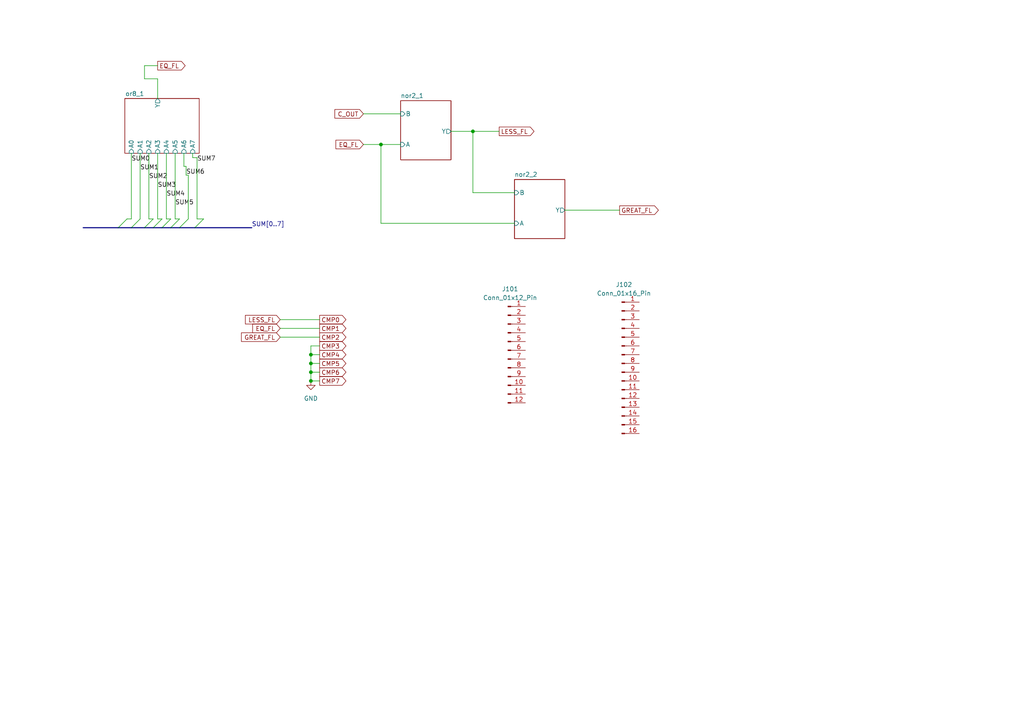
<source format=kicad_sch>
(kicad_sch (version 20250114) (generator "eeschema") (generator_version "9.0")
  (paper "A4")
  (lib_symbols
    (symbol "Connector:Conn_01x12_Pin" (pin_names (offset 1.016) (hide yes))
      (property "Reference" "J" (at 0 15.24 0))
      (property "Value" "Conn_01x12_Pin" (at 0 -17.78 0))
      (symbol "Conn_01x12_Pin_1_1"
        (rectangle (start 0.8636 12.827) (end 0 12.573) (stroke (width 0.1524)) (fill (type outline)))
        (rectangle (start 0.8636 10.287) (end 0 10.033) (stroke (width 0.1524)) (fill (type outline)))
        (rectangle (start 0.8636 7.747) (end 0 7.493) (stroke (width 0.1524)) (fill (type outline)))
        (rectangle (start 0.8636 5.207) (end 0 4.953) (stroke (width 0.1524)) (fill (type outline)))
        (rectangle (start 0.8636 2.667) (end 0 2.413) (stroke (width 0.1524)) (fill (type outline)))
        (rectangle (start 0.8636 0.127) (end 0 -0.127) (stroke (width 0.1524)) (fill (type outline)))
        (rectangle (start 0.8636 -2.413) (end 0 -2.667) (stroke (width 0.1524)) (fill (type outline)))
        (rectangle (start 0.8636 -4.953) (end 0 -5.207) (stroke (width 0.1524)) (fill (type outline)))
        (rectangle (start 0.8636 -7.493) (end 0 -7.747) (stroke (width 0.1524)) (fill (type outline)))
        (rectangle (start 0.8636 -10.033) (end 0 -10.287) (stroke (width 0.1524)) (fill (type outline)))
        (rectangle (start 0.8636 -12.573) (end 0 -12.827) (stroke (width 0.1524)) (fill (type outline)))
        (rectangle (start 0.8636 -15.113) (end 0 -15.367) (stroke (width 0.1524)) (fill (type outline)))
        (polyline (pts (xy 1.27 12.7) (xy 0.8636 12.7)) (stroke (width 0.1524)))
        (polyline (pts (xy 1.27 10.16) (xy 0.8636 10.16)) (stroke (width 0.1524)))
        (polyline (pts (xy 1.27 7.62) (xy 0.8636 7.62)) (stroke (width 0.1524)))
        (polyline (pts (xy 1.27 5.08) (xy 0.8636 5.08)) (stroke (width 0.1524)))
        (polyline (pts (xy 1.27 2.54) (xy 0.8636 2.54)) (stroke (width 0.1524)))
        (polyline (pts (xy 1.27 0) (xy 0.8636 0)) (stroke (width 0.1524)))
        (polyline (pts (xy 1.27 -2.54) (xy 0.8636 -2.54)) (stroke (width 0.1524)))
        (polyline (pts (xy 1.27 -5.08) (xy 0.8636 -5.08)) (stroke (width 0.1524)))
        (polyline (pts (xy 1.27 -7.62) (xy 0.8636 -7.62)) (stroke (width 0.1524)))
        (polyline (pts (xy 1.27 -10.16) (xy 0.8636 -10.16)) (stroke (width 0.1524)))
        (polyline (pts (xy 1.27 -12.7) (xy 0.8636 -12.7)) (stroke (width 0.1524)))
        (polyline (pts (xy 1.27 -15.24) (xy 0.8636 -15.24)) (stroke (width 0.1524)))
        (pin passive line (at 5.08 12.7 180) (length 3.81) (name "Pin_1") (number "1"))
        (pin passive line (at 5.08 10.16 180) (length 3.81) (name "Pin_2") (number "2"))
        (pin passive line (at 5.08 7.62 180) (length 3.81) (name "Pin_3") (number "3"))
        (pin passive line (at 5.08 5.08 180) (length 3.81) (name "Pin_4") (number "4"))
        (pin passive line (at 5.08 2.54 180) (length 3.81) (name "Pin_5") (number "5"))
        (pin passive line (at 5.08 0 180) (length 3.81) (name "Pin_6") (number "6"))
        (pin passive line (at 5.08 -2.54 180) (length 3.81) (name "Pin_7") (number "7"))
        (pin passive line (at 5.08 -5.08 180) (length 3.81) (name "Pin_8") (number "8"))
        (pin passive line (at 5.08 -7.62 180) (length 3.81) (name "Pin_9") (number "9"))
        (pin passive line (at 5.08 -10.16 180) (length 3.81) (name "Pin_10") (number "10"))
        (pin passive line (at 5.08 -12.7 180) (length 3.81) (name "Pin_11") (number "11"))
        (pin passive line (at 5.08 -15.24 180) (length 3.81) (name "Pin_12") (number "12"))
      )
    )
    (symbol "Connector:Conn_01x16_Pin" (pin_names (offset 1.016) (hide yes))
      (property "Reference" "J" (at 0 20.32 0))
      (property "Value" "Conn_01x16_Pin" (at 0 -22.86 0))
      (symbol "Conn_01x16_Pin_1_1"
        (rectangle (start 0.8636 17.907) (end 0 17.653) (stroke (width 0.1524)) (fill (type outline)))
        (rectangle (start 0.8636 15.367) (end 0 15.113) (stroke (width 0.1524)) (fill (type outline)))
        (rectangle (start 0.8636 12.827) (end 0 12.573) (stroke (width 0.1524)) (fill (type outline)))
        (rectangle (start 0.8636 10.287) (end 0 10.033) (stroke (width 0.1524)) (fill (type outline)))
        (rectangle (start 0.8636 7.747) (end 0 7.493) (stroke (width 0.1524)) (fill (type outline)))
        (rectangle (start 0.8636 5.207) (end 0 4.953) (stroke (width 0.1524)) (fill (type outline)))
        (rectangle (start 0.8636 2.667) (end 0 2.413) (stroke (width 0.1524)) (fill (type outline)))
        (rectangle (start 0.8636 0.127) (end 0 -0.127) (stroke (width 0.1524)) (fill (type outline)))
        (rectangle (start 0.8636 -2.413) (end 0 -2.667) (stroke (width 0.1524)) (fill (type outline)))
        (rectangle (start 0.8636 -4.953) (end 0 -5.207) (stroke (width 0.1524)) (fill (type outline)))
        (rectangle (start 0.8636 -7.493) (end 0 -7.747) (stroke (width 0.1524)) (fill (type outline)))
        (rectangle (start 0.8636 -10.033) (end 0 -10.287) (stroke (width 0.1524)) (fill (type outline)))
        (rectangle (start 0.8636 -12.573) (end 0 -12.827) (stroke (width 0.1524)) (fill (type outline)))
        (rectangle (start 0.8636 -15.113) (end 0 -15.367) (stroke (width 0.1524)) (fill (type outline)))
        (rectangle (start 0.8636 -17.653) (end 0 -17.907) (stroke (width 0.1524)) (fill (type outline)))
        (rectangle (start 0.8636 -20.193) (end 0 -20.447) (stroke (width 0.1524)) (fill (type outline)))
        (polyline (pts (xy 1.27 17.78) (xy 0.8636 17.78)) (stroke (width 0.1524)))
        (polyline (pts (xy 1.27 15.24) (xy 0.8636 15.24)) (stroke (width 0.1524)))
        (polyline (pts (xy 1.27 12.7) (xy 0.8636 12.7)) (stroke (width 0.1524)))
        (polyline (pts (xy 1.27 10.16) (xy 0.8636 10.16)) (stroke (width 0.1524)))
        (polyline (pts (xy 1.27 7.62) (xy 0.8636 7.62)) (stroke (width 0.1524)))
        (polyline (pts (xy 1.27 5.08) (xy 0.8636 5.08)) (stroke (width 0.1524)))
        (polyline (pts (xy 1.27 2.54) (xy 0.8636 2.54)) (stroke (width 0.1524)))
        (polyline (pts (xy 1.27 0) (xy 0.8636 0)) (stroke (width 0.1524)))
        (polyline (pts (xy 1.27 -2.54) (xy 0.8636 -2.54)) (stroke (width 0.1524)))
        (polyline (pts (xy 1.27 -5.08) (xy 0.8636 -5.08)) (stroke (width 0.1524)))
        (polyline (pts (xy 1.27 -7.62) (xy 0.8636 -7.62)) (stroke (width 0.1524)))
        (polyline (pts (xy 1.27 -10.16) (xy 0.8636 -10.16)) (stroke (width 0.1524)))
        (polyline (pts (xy 1.27 -12.7) (xy 0.8636 -12.7)) (stroke (width 0.1524)))
        (polyline (pts (xy 1.27 -15.24) (xy 0.8636 -15.24)) (stroke (width 0.1524)))
        (polyline (pts (xy 1.27 -17.78) (xy 0.8636 -17.78)) (stroke (width 0.1524)))
        (polyline (pts (xy 1.27 -20.32) (xy 0.8636 -20.32)) (stroke (width 0.1524)))
        (pin passive line (at 5.08 17.78 180) (length 3.81) (name "Pin_1") (number "1"))
        (pin passive line (at 5.08 15.24 180) (length 3.81) (name "Pin_2") (number "2"))
        (pin passive line (at 5.08 12.7 180) (length 3.81) (name "Pin_3") (number "3"))
        (pin passive line (at 5.08 10.16 180) (length 3.81) (name "Pin_4") (number "4"))
        (pin passive line (at 5.08 7.62 180) (length 3.81) (name "Pin_5") (number "5"))
        (pin passive line (at 5.08 5.08 180) (length 3.81) (name "Pin_6") (number "6"))
        (pin passive line (at 5.08 2.54 180) (length 3.81) (name "Pin_7") (number "7"))
        (pin passive line (at 5.08 0 180) (length 3.81) (name "Pin_8") (number "8"))
        (pin passive line (at 5.08 -2.54 180) (length 3.81) (name "Pin_9") (number "9"))
        (pin passive line (at 5.08 -5.08 180) (length 3.81) (name "Pin_10") (number "10"))
        (pin passive line (at 5.08 -7.62 180) (length 3.81) (name "Pin_11") (number "11"))
        (pin passive line (at 5.08 -10.16 180) (length 3.81) (name "Pin_12") (number "12"))
        (pin passive line (at 5.08 -12.7 180) (length 3.81) (name "Pin_13") (number "13"))
        (pin passive line (at 5.08 -15.24 180) (length 3.81) (name "Pin_14") (number "14"))
        (pin passive line (at 5.08 -17.78 180) (length 3.81) (name "Pin_15") (number "15"))
        (pin passive line (at 5.08 -20.32 180) (length 3.81) (name "Pin_16") (number "16"))
      )
    )
    (symbol "power:GND" (power) (pin_numbers (hide yes)) (pin_names (offset 0) (hide yes))
      (property "Value" "GND" (at 0 -3.81 0))
      (symbol "GND_0_1"
        (polyline (pts (xy 0 0) (xy 0 -1.27) (xy 1.27 -1.27) (xy 0 -2.54) (xy -1.27 -1.27) (xy 0 -1.27)))
      )
      (symbol "GND_1_1"
        (pin power_in line (at 0 0 270) (length 0) (name "~") (number "1"))
      )
    )
  )
  (junction (at 110.49 41.91))
  (junction (at 90.17 105.41))
  (junction (at 90.17 102.87))
  (junction (at 137.16 38.1))
  (junction (at 90.17 110.49))
  (junction (at 90.17 107.95))
  (bus_entry (at 46.99 66.04) (size 2.54 -2.54))
  (bus_entry (at 52.07 66.04) (size 2.54 -2.54))
  (bus_entry (at 56.515 66.04) (size 2.54 -2.54))
  (bus_entry (at 49.53 66.04) (size 2.54 -2.54))
  (bus_entry (at 38.1 66.04) (size 2.54 -2.54))
  (bus_entry (at 44.45 66.04) (size 2.54 -2.54))
  (bus_entry (at 41.91 66.04) (size 2.54 -2.54))
  (bus_entry (at 34.29 66.04) (size 2.54 -2.54))
  (bus (pts (xy 44.45 66.04) (xy 46.99 66.04)))
  (wire (pts (xy 105.41 41.91) (xy 110.49 41.91)))
  (wire (pts (xy 59.055 63.5) (xy 57.15 63.5)))
  (wire (pts (xy 105.41 33.02) (xy 116.205 33.02)))
  (wire (pts (xy 50.8 44.45) (xy 50.8 63.5)))
  (wire (pts (xy 110.49 41.91) (xy 110.49 64.77)))
  (wire (pts (xy 81.28 92.71) (xy 92.71 92.71)))
  (bus (pts (xy 34.29 66.04) (xy 38.1 66.04)))
  (wire (pts (xy 110.49 41.91) (xy 116.205 41.91)))
  (wire (pts (xy 57.15 45.72) (xy 55.88 45.72)))
  (bus (pts (xy 56.515 66.04) (xy 73.025 66.04)))
  (wire (pts (xy 90.17 107.95) (xy 92.71 107.95)))
  (wire (pts (xy 43.18 44.45) (xy 43.18 63.5)))
  (wire (pts (xy 137.16 55.88) (xy 149.225 55.88)))
  (wire (pts (xy 55.88 45.72) (xy 55.88 44.45)))
  (wire (pts (xy 163.83 60.96) (xy 179.705 60.96)))
  (wire (pts (xy 45.72 22.86) (xy 41.91 22.86)))
  (wire (pts (xy 54.61 50.8) (xy 53.975 50.8)))
  (wire (pts (xy 81.28 97.79) (xy 92.71 97.79)))
  (wire (pts (xy 90.17 105.41) (xy 90.17 107.95)))
  (wire (pts (xy 110.49 64.77) (xy 149.225 64.77)))
  (wire (pts (xy 90.17 105.41) (xy 92.71 105.41)))
  (wire (pts (xy 38.1 44.45) (xy 38.1 63.5)))
  (wire (pts (xy 90.17 110.49) (xy 92.71 110.49)))
  (bus (pts (xy 24.13 66.04) (xy 34.29 66.04)))
  (wire (pts (xy 57.15 45.72) (xy 57.15 63.5)))
  (wire (pts (xy 90.17 100.33) (xy 90.17 102.87)))
  (wire (pts (xy 53.975 48.26) (xy 53.34 48.26)))
  (wire (pts (xy 53.34 48.26) (xy 53.34 44.45)))
  (wire (pts (xy 90.17 107.95) (xy 90.17 110.49)))
  (wire (pts (xy 46.99 63.5) (xy 45.72 63.5)))
  (wire (pts (xy 36.83 63.5) (xy 38.1 63.5)))
  (wire (pts (xy 137.16 38.1) (xy 137.16 55.88)))
  (bus (pts (xy 41.91 66.04) (xy 44.45 66.04)))
  (wire (pts (xy 52.07 63.5) (xy 50.8 63.5)))
  (wire (pts (xy 54.61 50.8) (xy 54.61 63.5)))
  (wire (pts (xy 48.26 44.45) (xy 48.26 63.5)))
  (wire (pts (xy 45.72 44.45) (xy 45.72 63.5)))
  (bus (pts (xy 49.53 66.04) (xy 52.07 66.04)))
  (bus (pts (xy 52.07 66.04) (xy 56.515 66.04)))
  (wire (pts (xy 130.81 38.1) (xy 137.16 38.1)))
  (wire (pts (xy 45.72 22.86) (xy 45.72 28.575)))
  (wire (pts (xy 49.53 63.5) (xy 48.26 63.5)))
  (wire (pts (xy 90.17 102.87) (xy 92.71 102.87)))
  (bus (pts (xy 38.1 66.04) (xy 41.91 66.04)))
  (wire (pts (xy 81.28 95.25) (xy 92.71 95.25)))
  (wire (pts (xy 40.64 44.45) (xy 40.64 63.5)))
  (wire (pts (xy 53.975 48.26) (xy 53.975 50.8)))
  (wire (pts (xy 92.71 100.33) (xy 90.17 100.33)))
  (wire (pts (xy 137.16 38.1) (xy 144.78 38.1)))
  (bus (pts (xy 46.99 66.04) (xy 49.53 66.04)))
  (wire (pts (xy 44.45 63.5) (xy 43.18 63.5)))
  (wire (pts (xy 90.17 102.87) (xy 90.17 105.41)))
  (wire (pts (xy 41.91 19.05) (xy 45.72 19.05)))
  (wire (pts (xy 41.91 22.86) (xy 41.91 19.05)))
  (label "SUM[0..7]" (at 73.025 66.04 0))
  (label "SUM4" (at 48.26 57.15 0))
  (label "SUM1" (at 40.64 49.53 0))
  (label "SUM7" (at 57.15 46.99 0))
  (label "SUM3" (at 45.72 54.61 0))
  (label "SUM0" (at 38.1 46.99 0))
  (label "SUM2" (at 43.18 52.07 0))
  (label "SUM6" (at 53.975 50.8 0))
  (label "SUM5" (at 50.8 59.69 0))
  (global_label "EQ_FL" (shape output) (at 45.72 19.05 0) (property "Intersheetrefs" "${INTERSHEET_REFS}" (effects (hide yes))))
  (global_label "GREAT_FL" (shape output) (at 179.705 60.96 0) (property "Intersheetrefs" "${INTERSHEET_REFS}" (effects (hide yes))))
  (global_label "LESS_FL" (shape input) (at 81.28 92.71 180) (property "Intersheetrefs" "${INTERSHEET_REFS}" (effects (hide yes))))
  (global_label "LESS_FL" (shape output) (at 144.78 38.1 0) (property "Intersheetrefs" "${INTERSHEET_REFS}" (effects (hide yes))))
  (global_label "CMP0" (shape output) (at 92.71 92.71 0) (property "Intersheetrefs" "${INTERSHEET_REFS}" (effects (hide yes))))
  (global_label "CMP5" (shape output) (at 92.71 105.41 0) (property "Intersheetrefs" "${INTERSHEET_REFS}" (effects (hide yes))))
  (global_label "CMP1" (shape output) (at 92.71 95.25 0) (property "Intersheetrefs" "${INTERSHEET_REFS}" (effects (hide yes))))
  (global_label "CMP7" (shape output) (at 92.71 110.49 0) (property "Intersheetrefs" "${INTERSHEET_REFS}" (effects (hide yes))))
  (global_label "CMP2" (shape output) (at 92.71 97.79 0) (property "Intersheetrefs" "${INTERSHEET_REFS}" (effects (hide yes))))
  (global_label "GREAT_FL" (shape input) (at 81.28 97.79 180) (property "Intersheetrefs" "${INTERSHEET_REFS}" (effects (hide yes))))
  (global_label "EQ_FL" (shape input) (at 105.41 41.91 180) (property "Intersheetrefs" "${INTERSHEET_REFS}" (effects (hide yes))))
  (global_label "EQ_FL" (shape input) (at 81.28 95.25 180) (property "Intersheetrefs" "${INTERSHEET_REFS}" (effects (hide yes))))
  (global_label "CMP3" (shape output) (at 92.71 100.33 0) (property "Intersheetrefs" "${INTERSHEET_REFS}" (effects (hide yes))))
  (global_label "CMP4" (shape output) (at 92.71 102.87 0) (property "Intersheetrefs" "${INTERSHEET_REFS}" (effects (hide yes))))
  (global_label "C_OUT" (shape input) (at 105.41 33.02 180) (property "Intersheetrefs" "${INTERSHEET_REFS}" (effects (hide yes))))
  (global_label "CMP6" (shape output) (at 92.71 107.95 0) (property "Intersheetrefs" "${INTERSHEET_REFS}" (effects (hide yes))))
  (symbol (lib_id "power:GND") (at 90.17 110.49 0) (unit 1)
    (property "Reference" "#PWR0101" (effects (hide yes)))
    (property "Value" "GND" (at 90.17 115.57 0))
    (property "Description" "Power symbol creates a global label with name \"GND\" , ground" (effects (hide yes)))
  )
  (symbol (lib_id "Connector:Conn_01x12_Pin") (at 147.32 101.6 0) (unit 1)
    (property "Reference" "J101" (at 147.955 83.82 0))
    (property "Value" "Conn_01x12_Pin" (at 147.955 86.36 0))
    (property "Footprint" "Connector_Harwin:Harwin_Gecko-G125-FVX1205L0X_2x06_P1.25mm_Vertical" (effects (hide yes)))
    (property "Description" "Generic connector, single row, 01x12, script generated" (effects (hide yes)))
  )
  (symbol (lib_id "Connector:Conn_01x16_Pin") (at 180.34 105.41 0) (unit 1)
    (property "Reference" "J102" (at 180.975 82.55 0))
    (property "Value" "Conn_01x16_Pin" (at 180.975 85.09 0))
    (property "Footprint" "Connector_Harwin:Harwin_Gecko-G125-MVX1605L0X_2x08_P1.25mm_Vertical" (effects (hide yes)))
    (property "Description" "Generic connector, single row, 01x16, script generated" (effects (hide yes)))
  )
  (sheet (at 149.225 52.07) (size 14.605 17.145) (stroke (width 0.1524))
    (property "Sheetname" "nor2_2" (at 149.225 51.3584 0) (effects (justify left bottom)))
    (property "Sheetfile" "../../modules/gates/gate_nor/gate_nor_2in_1bit/gate_nor_2in.kicad_sch" (effects (hide yes)))
    (pin "B" input (at 149.225 55.88 180))
    (pin "A" input (at 149.225 64.77 180))
    (pin "Y" output (at 163.83 60.96 0))
  )
  (sheet (at 116.205 29.21) (size 14.605 17.145) (stroke (width 0.1524))
    (property "Sheetname" "nor2_1" (at 116.205 28.4984 0) (effects (justify left bottom)))
    (property "Sheetfile" "../../modules/gates/gate_nor/gate_nor_2in_1bit/gate_nor_2in.kicad_sch" (effects (hide yes)))
    (pin "B" input (at 116.205 33.02 180))
    (pin "A" input (at 116.205 41.91 180))
    (pin "Y" output (at 130.81 38.1 0))
  )
  (sheet (at 36.195 28.575) (size 21.59 15.875) (stroke (width 0.1524))
    (property "Sheetname" "or8_1" (at 36.322 27.94 0) (effects (justify left bottom)))
    (property "Sheetfile" "../../modules/gates/gate_nor/gate_nor_8in_1bit/gate_nor_8in_1bit.kicad_sch" (effects (hide yes)))
    (pin "A3" input (at 45.72 44.45 270))
    (pin "A7" input (at 55.88 44.45 270))
    (pin "A5" input (at 50.8 44.45 270))
    (pin "A4" input (at 48.26 44.45 270))
    (pin "A1" input (at 40.64 44.45 270))
    (pin "Y" output (at 45.72 28.575 90))
    (pin "A0" input (at 38.1 44.45 270))
    (pin "A2" input (at 43.18 44.45 270))
    (pin "A6" input (at 53.34 44.45 270))
  )
)
</source>
